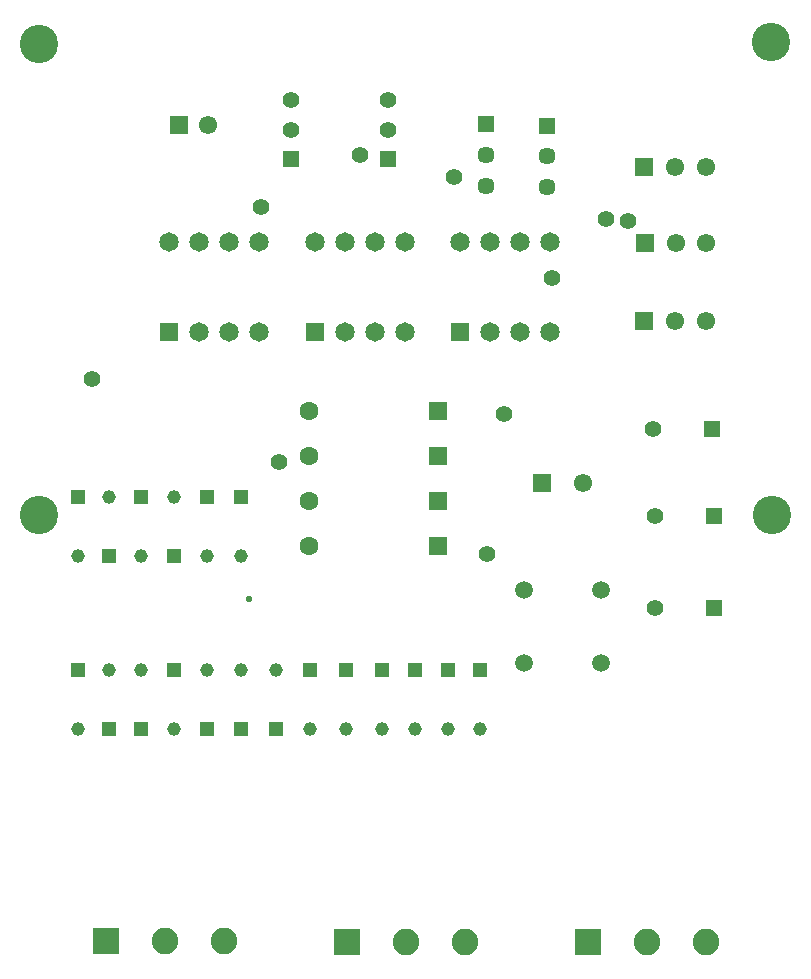
<source format=gts>
G04*
G04 #@! TF.GenerationSoftware,Altium Limited,Altium Designer,22.1.2 (22)*
G04*
G04 Layer_Color=8388736*
%FSLAX25Y25*%
%MOIN*%
G70*
G04*
G04 #@! TF.SameCoordinates,46FB2184-AB63-4EF3-BAF8-E11F062B861E*
G04*
G04*
G04 #@! TF.FilePolarity,Negative*
G04*
G01*
G75*
%ADD15C,0.06496*%
%ADD16R,0.06496X0.06496*%
%ADD17R,0.04528X0.04528*%
%ADD18C,0.04528*%
%ADD19R,0.06102X0.06102*%
%ADD20C,0.06102*%
%ADD21C,0.05709*%
%ADD22R,0.05709X0.05709*%
%ADD23R,0.06102X0.06102*%
%ADD24C,0.06299*%
%ADD25R,0.06299X0.06299*%
%ADD26R,0.05512X0.05512*%
%ADD27C,0.05512*%
%ADD28R,0.08858X0.08858*%
%ADD29C,0.08858*%
%ADD30C,0.06102*%
%ADD31R,0.06102X0.06102*%
%ADD32C,0.05906*%
%ADD33C,0.05512*%
%ADD34R,0.05512X0.05512*%
%ADD35C,0.02091*%
%ADD36C,0.05591*%
%ADD37C,0.12795*%
D15*
X293000Y349000D02*
D03*
X283000D02*
D03*
X273000D02*
D03*
X263000D02*
D03*
X293000Y319000D02*
D03*
X283000D02*
D03*
X273000D02*
D03*
X224500D02*
D03*
X234500D02*
D03*
X244500D02*
D03*
X214500Y349000D02*
D03*
X224500D02*
D03*
X234500D02*
D03*
X244500D02*
D03*
X176000Y319000D02*
D03*
X186000D02*
D03*
X196000D02*
D03*
X166000Y349000D02*
D03*
X176000D02*
D03*
X186000D02*
D03*
X196000D02*
D03*
D16*
X263000Y319000D02*
D03*
X214500D02*
D03*
X166000D02*
D03*
D17*
X201500Y186500D02*
D03*
X156500Y186658D02*
D03*
X167500Y206343D02*
D03*
X178500Y186658D02*
D03*
X190000D02*
D03*
X213000Y206343D02*
D03*
X225000D02*
D03*
X237000D02*
D03*
X248000D02*
D03*
X259000D02*
D03*
X269500D02*
D03*
X190000Y263843D02*
D03*
X156500D02*
D03*
X146000Y244158D02*
D03*
X135500Y263843D02*
D03*
X167500Y244158D02*
D03*
X146000Y186658D02*
D03*
X135500Y206343D02*
D03*
X178500Y263843D02*
D03*
D18*
X201500Y206185D02*
D03*
X156500Y206343D02*
D03*
X167500Y186658D02*
D03*
X178500Y206343D02*
D03*
X190000D02*
D03*
X213000Y186658D02*
D03*
X225000D02*
D03*
X237000D02*
D03*
X248000D02*
D03*
X259000D02*
D03*
X269500D02*
D03*
X190000Y244158D02*
D03*
X156500D02*
D03*
X146000Y263843D02*
D03*
X135500Y244158D02*
D03*
X167500Y263843D02*
D03*
X146000Y206343D02*
D03*
X135500Y186658D02*
D03*
X178500Y244158D02*
D03*
D19*
X324264Y322500D02*
D03*
X324528Y348500D02*
D03*
X324264Y374000D02*
D03*
D20*
X344736Y322500D02*
D03*
X334500D02*
D03*
X303890Y268500D02*
D03*
X345000Y348500D02*
D03*
X334764D02*
D03*
X344736Y374000D02*
D03*
X334500D02*
D03*
D21*
X292004Y367264D02*
D03*
Y377500D02*
D03*
X271504Y367764D02*
D03*
Y378000D02*
D03*
D22*
X292004Y387736D02*
D03*
X271504Y388236D02*
D03*
D23*
X290110Y268500D02*
D03*
D24*
X212591Y292500D02*
D03*
Y277500D02*
D03*
Y262500D02*
D03*
Y247500D02*
D03*
D25*
X255410Y292500D02*
D03*
Y277500D02*
D03*
Y262500D02*
D03*
Y247500D02*
D03*
D26*
X347000Y286500D02*
D03*
X347500Y257500D02*
D03*
X347685Y227000D02*
D03*
D27*
X327315Y286500D02*
D03*
X327815Y257500D02*
D03*
X328000Y227000D02*
D03*
D28*
X305500Y115500D02*
D03*
X225315D02*
D03*
X144815Y116000D02*
D03*
D29*
X325185Y115500D02*
D03*
X344870D02*
D03*
X245000D02*
D03*
X264685D02*
D03*
X164500Y116000D02*
D03*
X184185D02*
D03*
D30*
X179000Y388000D02*
D03*
D31*
X169158D02*
D03*
D32*
X284244Y208500D02*
D03*
X309756D02*
D03*
Y233000D02*
D03*
X284244D02*
D03*
D33*
X239000Y396185D02*
D03*
Y386343D02*
D03*
X206500Y396185D02*
D03*
Y386343D02*
D03*
D34*
X239000Y376500D02*
D03*
X206500D02*
D03*
D35*
X192500Y230000D02*
D03*
D36*
X277518Y291482D02*
D03*
X140298Y303298D02*
D03*
X202500Y275500D02*
D03*
X272000Y245000D02*
D03*
X311500Y356500D02*
D03*
X319000Y356000D02*
D03*
X261000Y370500D02*
D03*
X229500Y378000D02*
D03*
X196500Y360500D02*
D03*
X293500Y337000D02*
D03*
D37*
X367000Y258000D02*
D03*
X122500D02*
D03*
X366500Y415500D02*
D03*
X122399Y415101D02*
D03*
M02*

</source>
